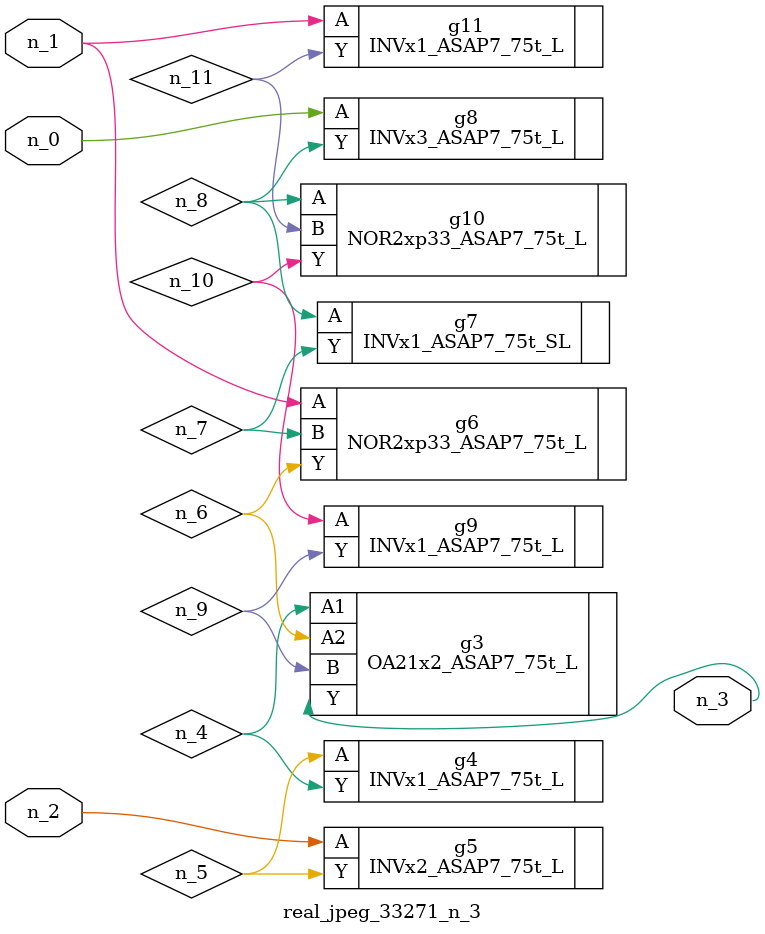
<source format=v>
module real_jpeg_33271_n_3 (n_1, n_0, n_2, n_3);

input n_1;
input n_0;
input n_2;

output n_3;

wire n_5;
wire n_4;
wire n_8;
wire n_11;
wire n_6;
wire n_7;
wire n_10;
wire n_9;

INVx3_ASAP7_75t_L g8 ( 
.A(n_0),
.Y(n_8)
);

NOR2xp33_ASAP7_75t_L g6 ( 
.A(n_1),
.B(n_7),
.Y(n_6)
);

INVx1_ASAP7_75t_L g11 ( 
.A(n_1),
.Y(n_11)
);

INVx2_ASAP7_75t_L g5 ( 
.A(n_2),
.Y(n_5)
);

OA21x2_ASAP7_75t_L g3 ( 
.A1(n_4),
.A2(n_6),
.B(n_9),
.Y(n_3)
);

INVx1_ASAP7_75t_L g4 ( 
.A(n_5),
.Y(n_4)
);

INVx1_ASAP7_75t_SL g7 ( 
.A(n_8),
.Y(n_7)
);

NOR2xp33_ASAP7_75t_L g10 ( 
.A(n_8),
.B(n_11),
.Y(n_10)
);

INVx1_ASAP7_75t_L g9 ( 
.A(n_10),
.Y(n_9)
);


endmodule
</source>
